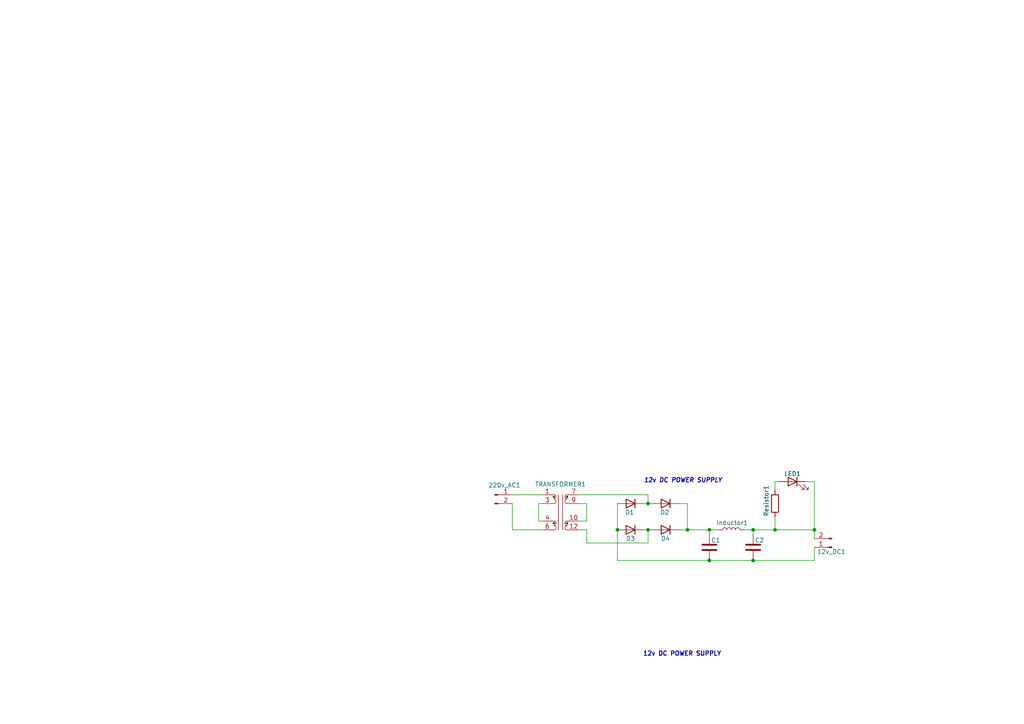
<source format=kicad_sch>
(kicad_sch (version 20250114) (generator "eeschema") (generator_version "9.0")
  (paper "A4")
  (lib_symbols
    (symbol "Connector:Conn_01x02_Pin" (pin_names (offset 1.016) (hide yes))
      (property "Reference" "J" (at 0 2.54 0))
      (property "Value" "Conn_01x02_Pin" (at 0 -5.08 0))
      (symbol "Conn_01x02_Pin_1_1"
        (rectangle (start 0.8636 0.127) (end 0 -0.127) (stroke (width 0.1524)) (fill (type outline)))
        (rectangle (start 0.8636 -2.413) (end 0 -2.667) (stroke (width 0.1524)) (fill (type outline)))
        (polyline (pts (xy 1.27 0) (xy 0.8636 0)) (stroke (width 0.1524)))
        (polyline (pts (xy 1.27 -2.54) (xy 0.8636 -2.54)) (stroke (width 0.1524)))
        (pin passive line (at 5.08 0 180) (length 3.81) (name "Pin_1") (number "1"))
        (pin passive line (at 5.08 -2.54 180) (length 3.81) (name "Pin_2") (number "2"))
      )
    )
    (symbol "Device:C" (pin_numbers (hide yes)) (pin_names (offset 0.254))
      (property "Reference" "C" (at 0.635 2.54 0))
      (property "Value" "C" (at 0.635 -2.54 0))
      (symbol "C_0_1"
        (polyline (pts (xy -2.032 0.762) (xy 2.032 0.762)) (stroke (width 0.508)))
        (polyline (pts (xy -2.032 -0.762) (xy 2.032 -0.762)) (stroke (width 0.508)))
      )
      (symbol "C_1_1"
        (pin passive line (at 0 3.81 270) (length 2.794) (name "~") (number "1"))
        (pin passive line (at 0 -3.81 90) (length 2.794) (name "~") (number "2"))
      )
    )
    (symbol "Device:L" (pin_numbers (hide yes)) (pin_names (offset 1.016) (hide yes))
      (property "Reference" "L" (at -1.27 0 90))
      (property "Value" "L" (at 1.905 0 90))
      (symbol "L_0_1"
        (arc (start 0 2.54) (mid 0.6323 1.905) (end 0 1.27))
        (arc (start 0 1.27) (mid 0.6323 0.635) (end 0 0))
        (arc (start 0 0) (mid 0.6323 -0.635) (end 0 -1.27))
        (arc (start 0 -1.27) (mid 0.6323 -1.905) (end 0 -2.54))
      )
      (symbol "L_1_1"
        (pin passive line (at 0 3.81 270) (length 1.27) (name "1") (number "1"))
        (pin passive line (at 0 -3.81 90) (length 1.27) (name "2") (number "2"))
      )
    )
    (symbol "Device:LED" (pin_numbers (hide yes)) (pin_names (offset 1.016) (hide yes))
      (property "Reference" "D" (at 0 2.54 0))
      (property "Value" "LED" (at 0 -2.54 0))
      (symbol "LED_0_1"
        (polyline (pts (xy -3.048 -0.762) (xy -4.572 -2.286) (xy -3.81 -2.286) (xy -4.572 -2.286) (xy -4.572 -1.524)))
        (polyline (pts (xy -1.778 -0.762) (xy -3.302 -2.286) (xy -2.54 -2.286) (xy -3.302 -2.286) (xy -3.302 -1.524)))
        (polyline (pts (xy -1.27 0) (xy 1.27 0)))
        (polyline (pts (xy -1.27 -1.27) (xy -1.27 1.27)) (stroke (width 0.254)))
        (polyline (pts (xy 1.27 -1.27) (xy 1.27 1.27) (xy -1.27 0) (xy 1.27 -1.27)) (stroke (width 0.254)))
      )
      (symbol "LED_1_1"
        (pin passive line (at -3.81 0 0) (length 2.54) (name "K") (number "1"))
        (pin passive line (at 3.81 0 180) (length 2.54) (name "A") (number "2"))
      )
    )
    (symbol "Device:R" (pin_numbers (hide yes)) (pin_names (offset 0))
      (property "Reference" "R" (at 2.032 0 90))
      (property "Value" "R" (at 0 0 90))
      (symbol "R_0_1"
        (rectangle (start -1.016 -2.54) (end 1.016 2.54) (stroke (width 0.254)))
      )
      (symbol "R_1_1"
        (pin passive line (at 0 3.81 270) (length 1.27) (name "~") (number "1"))
        (pin passive line (at 0 -3.81 90) (length 1.27) (name "~") (number "2"))
      )
    )
    (symbol "Diode:1N4001" (pin_numbers (hide yes)) (pin_names (hide yes))
      (property "Reference" "D" (at 0 2.54 0))
      (property "Value" "1N4001" (at 0 -2.54 0))
      (symbol "1N4001_0_1"
        (polyline (pts (xy -1.27 1.27) (xy -1.27 -1.27)) (stroke (width 0.254)))
        (polyline (pts (xy 1.27 1.27) (xy 1.27 -1.27) (xy -1.27 0) (xy 1.27 1.27)) (stroke (width 0.254)))
        (polyline (pts (xy 1.27 0) (xy -1.27 0)))
      )
      (symbol "1N4001_1_1"
        (pin passive line (at -3.81 0 0) (length 2.54) (name "K") (number "1"))
        (pin passive line (at 3.81 0 180) (length 2.54) (name "A") (number "2"))
      )
    )
    (symbol "Transformer:Triad_VPP16-310"
      (property "Reference" "TR" (at 0 12.7 0))
      (property "Value" "Triad_VPP16-310" (at 0 10.16 0))
      (symbol "Triad_VPP16-310_0_0"
        (pin passive line (at -5.08 5.08 0) (length 2.54) (name "~") (number "1"))
        (pin passive line (at -5.08 2.54 0) (length 2.54) (name "~") (number "3"))
        (pin passive line (at -5.08 -2.54 0) (length 2.54) (name "~") (number "4"))
        (pin passive line (at -5.08 -5.08 0) (length 2.54) (name "~") (number "6"))
        (pin passive line (at 5.08 5.08 180) (length 2.54) (name "~") (number "7"))
        (pin passive line (at 5.08 2.54 180) (length 2.54) (name "~") (number "9"))
        (pin passive line (at 5.08 -2.54 180) (length 2.54) (name "~") (number "10"))
        (pin passive line (at 5.08 -5.08 180) (length 2.54) (name "~") (number "12"))
      )
      (symbol "Triad_VPP16-310_0_1"
        (polyline (pts (xy -2.54 5.08) (xy -1.905 5.08)))
        (polyline (pts (xy -2.54 2.54) (xy -1.905 2.54)))
        (polyline (pts (xy -2.54 -2.54) (xy -1.905 -2.54)))
        (polyline (pts (xy -2.54 -5.08) (xy -1.905 -5.08)))
        (arc (start -1.905 5.08) (mid -1.27 4.445) (end -1.905 3.81))
        (arc (start -1.905 3.81) (mid -1.27 3.175) (end -1.905 2.54))
        (arc (start -1.905 -2.54) (mid -1.27 -3.175) (end -1.905 -3.81))
        (arc (start -1.905 -3.81) (mid -1.27 -4.445) (end -1.905 -5.08))
        (polyline (pts (xy -0.635 5.08) (xy -0.635 -5.08)))
        (polyline (pts (xy 0.635 5.08) (xy 0.635 -5.08)))
        (polyline (pts (xy 1.905 5.08) (xy 2.54 5.08)))
        (arc (start 1.905 3.81) (mid 1.27 4.445) (end 1.905 5.08))
        (arc (start 1.905 2.54) (mid 1.27 3.175) (end 1.905 3.81))
        (polyline (pts (xy 1.905 2.54) (xy 2.54 2.54)))
        (polyline (pts (xy 1.905 -2.54) (xy 2.54 -2.54)))
        (arc (start 1.905 -3.81) (mid 1.27 -3.175) (end 1.905 -2.54))
        (arc (start 1.905 -5.08) (mid 1.27 -4.445) (end 1.905 -3.81))
        (polyline (pts (xy 1.905 -5.08) (xy 2.54 -5.08)))
      )
      (symbol "Triad_VPP16-310_1_1"
        (circle (center -1.905 4.445) (radius 0.254) (fill (type outline)))
        (circle (center -1.905 -3.175) (radius 0.254) (fill (type outline)))
        (circle (center 1.905 4.445) (radius 0.254) (fill (type outline)))
        (circle (center 1.905 -3.175) (radius 0.254) (fill (type outline)))
      )
    )
  )
  (text "12v DC POWER SUPPLY" (at 198.12 139.446 0) (effects (font (size 1.27 1.27) (thickness 0.254) (bold yes) (italic yes))))
  (text "12v DC POWER SUPPLY\n" (at 197.866 189.738 0) (effects (font (size 1.27 1.27) (thickness 0.254) (bold yes))))
  (junction (at 218.44 153.67))
  (junction (at 187.96 153.67))
  (junction (at 179.07 153.67))
  (junction (at 187.96 146.05))
  (junction (at 199.39 153.67))
  (junction (at 236.22 153.67))
  (junction (at 205.74 153.67))
  (junction (at 218.44 162.56))
  (junction (at 224.79 153.67))
  (junction (at 205.74 162.56))
  (wire (pts (xy 187.96 143.51) (xy 187.96 146.05)))
  (wire (pts (xy 236.22 162.56) (xy 236.22 158.75)))
  (wire (pts (xy 218.44 153.67) (xy 218.44 154.94)))
  (wire (pts (xy 187.96 146.05) (xy 189.23 146.05)))
  (wire (pts (xy 170.18 151.13) (xy 167.64 151.13)))
  (wire (pts (xy 156.21 146.05) (xy 156.21 151.13)))
  (wire (pts (xy 236.22 139.7) (xy 236.22 153.67)))
  (wire (pts (xy 199.39 146.05) (xy 199.39 153.67)))
  (wire (pts (xy 167.64 153.67) (xy 170.18 153.67)))
  (wire (pts (xy 208.28 153.67) (xy 205.74 153.67)))
  (wire (pts (xy 148.59 143.51) (xy 157.48 143.51)))
  (wire (pts (xy 148.59 153.67) (xy 157.48 153.67)))
  (wire (pts (xy 224.79 139.7) (xy 224.79 142.24)))
  (wire (pts (xy 218.44 162.56) (xy 236.22 162.56)))
  (wire (pts (xy 186.69 153.67) (xy 187.96 153.67)))
  (wire (pts (xy 199.39 153.67) (xy 205.74 153.67)))
  (wire (pts (xy 167.64 146.05) (xy 170.18 146.05)))
  (wire (pts (xy 170.18 153.67) (xy 170.18 157.48)))
  (wire (pts (xy 199.39 153.67) (xy 196.85 153.67)))
  (wire (pts (xy 187.96 157.48) (xy 187.96 153.67)))
  (wire (pts (xy 179.07 162.56) (xy 205.74 162.56)))
  (wire (pts (xy 157.48 146.05) (xy 156.21 146.05)))
  (wire (pts (xy 224.79 153.67) (xy 236.22 153.67)))
  (wire (pts (xy 156.21 151.13) (xy 157.48 151.13)))
  (wire (pts (xy 199.39 146.05) (xy 196.85 146.05)))
  (wire (pts (xy 233.68 139.7) (xy 236.22 139.7)))
  (wire (pts (xy 167.64 143.51) (xy 187.96 143.51)))
  (wire (pts (xy 236.22 156.21) (xy 236.22 153.67)))
  (wire (pts (xy 215.9 153.67) (xy 218.44 153.67)))
  (wire (pts (xy 186.69 146.05) (xy 187.96 146.05)))
  (wire (pts (xy 224.79 149.86) (xy 224.79 153.67)))
  (wire (pts (xy 179.07 153.67) (xy 179.07 162.56)))
  (wire (pts (xy 179.07 146.05) (xy 179.07 153.67)))
  (wire (pts (xy 218.44 153.67) (xy 224.79 153.67)))
  (wire (pts (xy 226.06 139.7) (xy 224.79 139.7)))
  (wire (pts (xy 148.59 146.05) (xy 148.59 153.67)))
  (wire (pts (xy 205.74 162.56) (xy 218.44 162.56)))
  (wire (pts (xy 205.74 153.67) (xy 205.74 154.94)))
  (wire (pts (xy 187.96 153.67) (xy 189.23 153.67)))
  (wire (pts (xy 170.18 146.05) (xy 170.18 151.13)))
  (wire (pts (xy 170.18 157.48) (xy 187.96 157.48)))
  (symbol (lib_id "Device:R") (at 224.79 146.05 0) (mirror x) (unit 1)
    (property "Reference" "Resistor1" (at 222.25 140.716 90) (effects (justify left)))
    (property "Footprint" "Resistor_THT:R_Axial_DIN0204_L3.6mm_D1.6mm_P7.62mm_Horizontal" (effects (hide yes)))
    (property "Description" "Resistor" (effects (hide yes)))
  )
  (symbol (lib_id "Diode:1N4001") (at 193.04 153.67 180) (unit 1)
    (property "Reference" "D4" (at 193.04 156.21 0))
    (property "Footprint" "Diode_THT:D_DO-41_SOD81_P10.16mm_Horizontal" (effects (hide yes)))
    (property "Datasheet" "http://www.vishay.com/docs/88503/1n4001.pdf" (effects (hide yes)))
    (property "Description" "50V 1A General Purpose Rectifier Diode, DO-41" (effects (hide yes)))
    (property "Sim.Device" "D" (effects (hide yes)))
    (property "Sim.Pins" "1=K 2=A" (effects (hide yes)))
  )
  (symbol (lib_id "Connector:Conn_01x02_Pin") (at 241.3 158.75 180) (unit 1)
    (property "Reference" "12v_DC1" (at 236.982 160.02 0) (effects (justify right)))
    (property "Footprint" "Connector_Phoenix_MSTB:PhoenixContact_MSTBA_2,5_2-G-5,08_1x02_P5.08mm_Horizontal" (effects (hide yes)))
    (property "Description" "Generic connector, single row, 01x02, script generated" (effects (hide yes)))
  )
  (symbol (lib_id "Diode:1N4001") (at 182.88 153.67 180) (unit 1)
    (property "Reference" "D3" (at 182.88 156.21 0))
    (property "Footprint" "Diode_THT:D_DO-41_SOD81_P10.16mm_Horizontal" (effects (hide yes)))
    (property "Datasheet" "http://www.vishay.com/docs/88503/1n4001.pdf" (effects (hide yes)))
    (property "Description" "50V 1A General Purpose Rectifier Diode, DO-41" (effects (hide yes)))
    (property "Sim.Device" "D" (effects (hide yes)))
    (property "Sim.Pins" "1=K 2=A" (effects (hide yes)))
  )
  (symbol (lib_id "Device:C") (at 218.44 158.75 0) (unit 1)
    (property "Reference" "C2" (at 218.948 156.718 0) (effects (justify left)))
    (property "Footprint" "Capacitor_THT:C_Radial_D5.0mm_H11.0mm_P2.00mm" (effects (hide yes)))
    (property "Description" "Unpolarized capacitor" (effects (hide yes)))
  )
  (symbol (lib_id "Device:C") (at 205.74 158.75 0) (unit 1)
    (property "Reference" "C1" (at 206.248 156.718 0) (effects (justify left)))
    (property "Footprint" "Capacitor_THT:C_Radial_D5.0mm_H11.0mm_P2.00mm" (effects (hide yes)))
    (property "Description" "Unpolarized capacitor" (effects (hide yes)))
  )
  (symbol (lib_id "Diode:1N4001") (at 193.04 146.05 180) (unit 1)
    (property "Reference" "D2" (at 192.786 148.59 0))
    (property "Footprint" "Diode_THT:D_DO-41_SOD81_P10.16mm_Horizontal" (effects (hide yes)))
    (property "Datasheet" "http://www.vishay.com/docs/88503/1n4001.pdf" (effects (hide yes)))
    (property "Description" "50V 1A General Purpose Rectifier Diode, DO-41" (effects (hide yes)))
    (property "Sim.Device" "D" (effects (hide yes)))
    (property "Sim.Pins" "1=K 2=A" (effects (hide yes)))
  )
  (symbol (lib_id "Device:L") (at 212.09 153.67 90) (unit 1)
    (property "Reference" "Inductor1" (at 212.344 151.638 90))
    (property "Footprint" "Inductor_THT_Wurth:L_Wurth_WE-HCFT-2012_LeadDiameter1.2mm" (effects (hide yes)))
    (property "Description" "Inductor" (effects (hide yes)))
  )
  (symbol (lib_id "Device:LED") (at 229.87 139.7 0) (mirror y) (unit 1)
    (property "Reference" "LED1" (at 229.87 137.414 0))
    (property "Footprint" "LED_THT:LED_D3.0mm" (effects (hide yes)))
    (property "Description" "Light emitting diode" (effects (hide yes)))
    (property "Sim.Pins" "1=K 2=A" (effects (hide yes)))
  )
  (symbol (lib_id "Connector:Conn_01x02_Pin") (at 143.51 143.51 0) (unit 1)
    (property "Reference" "220v_AC1" (at 146.304 140.716 0))
    (property "Footprint" "TerminalBlock_Phoenix:TerminalBlock_Phoenix_MKDS-1,5-2-5.08_1x02_P5.08mm_Horizontal" (effects (hide yes)))
    (property "Description" "Generic connector, single row, 01x02, script generated" (effects (hide yes)))
  )
  (symbol (lib_id "Transformer:Triad_VPP16-310") (at 162.56 148.59 0) (unit 1)
    (property "Reference" "TRANSFORMER1" (at 162.56 140.462 0))
    (property "Footprint" "Transformer_THT:Transformer_Triad_VPP16-310" (effects (hide yes)))
    (property "Datasheet" "https://catalog.triadmagnetics.com/Asset/VPP16-310.pdf" (effects (hide yes)))
    (property "Description" "Power transformer, 2x Pri, 2x Sec, 230/115 VAC to 16/8V (0.31/0.62 A)" (effects (hide yes)))
  )
  (symbol (lib_id "Diode:1N4001") (at 182.88 146.05 180) (unit 1)
    (property "Reference" "D1" (at 182.626 148.59 0))
    (property "Footprint" "Diode_THT:D_DO-41_SOD81_P10.16mm_Horizontal" (effects (hide yes)))
    (property "Datasheet" "http://www.vishay.com/docs/88503/1n4001.pdf" (effects (hide yes)))
    (property "Description" "50V 1A General Purpose Rectifier Diode, DO-41" (effects (hide yes)))
    (property "Sim.Device" "D" (effects (hide yes)))
    (property "Sim.Pins" "1=K 2=A" (effects (hide yes)))
  )
)
</source>
